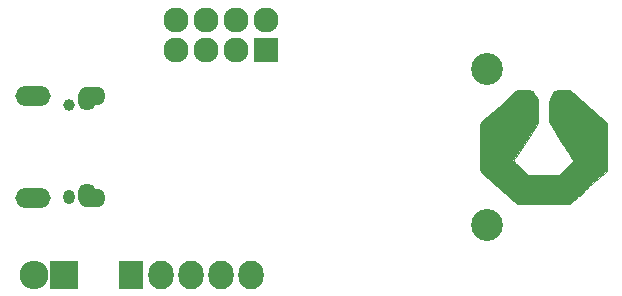
<source format=gbs>
G04 #@! TF.FileFunction,Soldermask,Bot*
%FSLAX46Y46*%
G04 Gerber Fmt 4.6, Leading zero omitted, Abs format (unit mm)*
G04 Created by KiCad (PCBNEW 4.0.1-stable) date 1/20/2016 02:09:16*
%MOMM*%
G01*
G04 APERTURE LIST*
%ADD10C,0.254000*%
%ADD11C,0.100000*%
%ADD12R,2.127200X2.127200*%
%ADD13O,2.127200X2.127200*%
%ADD14C,2.700000*%
%ADD15R,2.127200X2.432000*%
%ADD16O,2.127200X2.432000*%
%ADD17R,2.432000X2.432000*%
%ADD18O,2.432000X2.432000*%
%ADD19O,2.300000X1.600000*%
%ADD20O,3.000000X1.700000*%
%ADD21O,1.500000X1.950000*%
%ADD22O,1.000000X1.250000*%
%ADD23C,1.000000*%
G04 APERTURE END LIST*
D10*
D11*
G36*
X98133869Y-88251771D02*
X98176484Y-88347331D01*
X98219099Y-88442892D01*
X99698369Y-89784019D01*
X101177639Y-91125146D01*
X101268434Y-91160843D01*
X101359229Y-91196540D01*
X103478542Y-91196207D01*
X105597854Y-91195874D01*
X105683879Y-91162452D01*
X105712606Y-91151077D01*
X105738300Y-91140503D01*
X105759150Y-91131506D01*
X105773344Y-91124864D01*
X105778655Y-91121796D01*
X105783202Y-91117792D01*
X105795382Y-91106997D01*
X105814922Y-91089655D01*
X105841548Y-91066010D01*
X105874987Y-91036304D01*
X105914963Y-91000781D01*
X105961205Y-90959685D01*
X106013437Y-90913260D01*
X106071386Y-90861747D01*
X106134779Y-90805392D01*
X106203340Y-90744437D01*
X106276798Y-90679126D01*
X106354876Y-90609703D01*
X106437303Y-90536410D01*
X106523804Y-90459491D01*
X106614105Y-90379190D01*
X106707933Y-90295751D01*
X106805013Y-90209416D01*
X106905072Y-90120428D01*
X107007836Y-90029033D01*
X107113031Y-89935472D01*
X107220383Y-89839990D01*
X107288068Y-89779788D01*
X108788729Y-88445013D01*
X108832386Y-88348434D01*
X108876042Y-88251854D01*
X108875783Y-86349458D01*
X108875525Y-84447062D01*
X108832127Y-84351282D01*
X108788729Y-84255501D01*
X107279834Y-82923152D01*
X105770939Y-81590804D01*
X105682102Y-81557110D01*
X105593266Y-81523416D01*
X105108727Y-81523597D01*
X104624188Y-81523778D01*
X104510558Y-81588754D01*
X104396929Y-81653730D01*
X104202748Y-81978834D01*
X104008566Y-82303937D01*
X103989617Y-82371161D01*
X103970667Y-82438384D01*
X103970741Y-83328952D01*
X103970816Y-84219521D01*
X103991265Y-84288312D01*
X104011714Y-84357104D01*
X105000942Y-85928729D01*
X105075427Y-86047067D01*
X105148531Y-86163209D01*
X105220049Y-86276829D01*
X105289774Y-86387602D01*
X105357502Y-86495200D01*
X105423028Y-86599299D01*
X105486145Y-86699571D01*
X105546650Y-86795691D01*
X105604336Y-86887333D01*
X105658998Y-86974169D01*
X105710431Y-87055875D01*
X105758429Y-87132125D01*
X105802788Y-87202591D01*
X105843302Y-87266948D01*
X105879765Y-87324870D01*
X105911973Y-87376030D01*
X105939721Y-87420103D01*
X105962802Y-87456762D01*
X105981011Y-87485681D01*
X105994144Y-87506535D01*
X106001995Y-87518996D01*
X106004274Y-87522610D01*
X106018379Y-87544865D01*
X105414634Y-88116599D01*
X104810890Y-88688333D01*
X103475877Y-88688333D01*
X102140864Y-88688333D01*
X101562192Y-88140078D01*
X101495717Y-88077091D01*
X101431097Y-88015855D01*
X101368775Y-87956786D01*
X101309192Y-87900305D01*
X101252789Y-87846829D01*
X101200010Y-87796779D01*
X101151294Y-87750573D01*
X101107084Y-87708630D01*
X101067821Y-87671369D01*
X101033947Y-87639208D01*
X101005904Y-87612568D01*
X100984133Y-87591866D01*
X100969075Y-87577521D01*
X100961173Y-87569953D01*
X100960499Y-87569299D01*
X100937478Y-87546776D01*
X101967401Y-85952380D01*
X102997324Y-84357985D01*
X103018329Y-84287771D01*
X103039333Y-84217556D01*
X103039333Y-83328604D01*
X103039333Y-82439652D01*
X103016440Y-82365986D01*
X102993546Y-82292319D01*
X102777180Y-81975635D01*
X102741524Y-81923498D01*
X102707406Y-81873709D01*
X102675327Y-81826993D01*
X102645787Y-81784071D01*
X102619285Y-81745668D01*
X102596320Y-81712506D01*
X102577393Y-81685309D01*
X102563004Y-81664799D01*
X102553651Y-81651701D01*
X102550043Y-81646943D01*
X102542323Y-81641036D01*
X102526702Y-81631182D01*
X102504696Y-81618260D01*
X102477820Y-81603151D01*
X102447593Y-81586735D01*
X102433438Y-81579228D01*
X102327604Y-81523523D01*
X101843417Y-81523512D01*
X101359229Y-81523501D01*
X101268215Y-81559178D01*
X101177201Y-81594854D01*
X99699236Y-82925059D01*
X98221271Y-84255265D01*
X98177789Y-84351163D01*
X98134307Y-84447062D01*
X98134088Y-86349417D01*
X98133869Y-88251771D01*
X98133869Y-88251771D01*
X98133869Y-88251771D01*
G37*
X98133869Y-88251771D02*
X98176484Y-88347331D01*
X98219099Y-88442892D01*
X99698369Y-89784019D01*
X101177639Y-91125146D01*
X101268434Y-91160843D01*
X101359229Y-91196540D01*
X103478542Y-91196207D01*
X105597854Y-91195874D01*
X105683879Y-91162452D01*
X105712606Y-91151077D01*
X105738300Y-91140503D01*
X105759150Y-91131506D01*
X105773344Y-91124864D01*
X105778655Y-91121796D01*
X105783202Y-91117792D01*
X105795382Y-91106997D01*
X105814922Y-91089655D01*
X105841548Y-91066010D01*
X105874987Y-91036304D01*
X105914963Y-91000781D01*
X105961205Y-90959685D01*
X106013437Y-90913260D01*
X106071386Y-90861747D01*
X106134779Y-90805392D01*
X106203340Y-90744437D01*
X106276798Y-90679126D01*
X106354876Y-90609703D01*
X106437303Y-90536410D01*
X106523804Y-90459491D01*
X106614105Y-90379190D01*
X106707933Y-90295751D01*
X106805013Y-90209416D01*
X106905072Y-90120428D01*
X107007836Y-90029033D01*
X107113031Y-89935472D01*
X107220383Y-89839990D01*
X107288068Y-89779788D01*
X108788729Y-88445013D01*
X108832386Y-88348434D01*
X108876042Y-88251854D01*
X108875783Y-86349458D01*
X108875525Y-84447062D01*
X108832127Y-84351282D01*
X108788729Y-84255501D01*
X107279834Y-82923152D01*
X105770939Y-81590804D01*
X105682102Y-81557110D01*
X105593266Y-81523416D01*
X105108727Y-81523597D01*
X104624188Y-81523778D01*
X104510558Y-81588754D01*
X104396929Y-81653730D01*
X104202748Y-81978834D01*
X104008566Y-82303937D01*
X103989617Y-82371161D01*
X103970667Y-82438384D01*
X103970741Y-83328952D01*
X103970816Y-84219521D01*
X103991265Y-84288312D01*
X104011714Y-84357104D01*
X105000942Y-85928729D01*
X105075427Y-86047067D01*
X105148531Y-86163209D01*
X105220049Y-86276829D01*
X105289774Y-86387602D01*
X105357502Y-86495200D01*
X105423028Y-86599299D01*
X105486145Y-86699571D01*
X105546650Y-86795691D01*
X105604336Y-86887333D01*
X105658998Y-86974169D01*
X105710431Y-87055875D01*
X105758429Y-87132125D01*
X105802788Y-87202591D01*
X105843302Y-87266948D01*
X105879765Y-87324870D01*
X105911973Y-87376030D01*
X105939721Y-87420103D01*
X105962802Y-87456762D01*
X105981011Y-87485681D01*
X105994144Y-87506535D01*
X106001995Y-87518996D01*
X106004274Y-87522610D01*
X106018379Y-87544865D01*
X105414634Y-88116599D01*
X104810890Y-88688333D01*
X103475877Y-88688333D01*
X102140864Y-88688333D01*
X101562192Y-88140078D01*
X101495717Y-88077091D01*
X101431097Y-88015855D01*
X101368775Y-87956786D01*
X101309192Y-87900305D01*
X101252789Y-87846829D01*
X101200010Y-87796779D01*
X101151294Y-87750573D01*
X101107084Y-87708630D01*
X101067821Y-87671369D01*
X101033947Y-87639208D01*
X101005904Y-87612568D01*
X100984133Y-87591866D01*
X100969075Y-87577521D01*
X100961173Y-87569953D01*
X100960499Y-87569299D01*
X100937478Y-87546776D01*
X101967401Y-85952380D01*
X102997324Y-84357985D01*
X103018329Y-84287771D01*
X103039333Y-84217556D01*
X103039333Y-83328604D01*
X103039333Y-82439652D01*
X103016440Y-82365986D01*
X102993546Y-82292319D01*
X102777180Y-81975635D01*
X102741524Y-81923498D01*
X102707406Y-81873709D01*
X102675327Y-81826993D01*
X102645787Y-81784071D01*
X102619285Y-81745668D01*
X102596320Y-81712506D01*
X102577393Y-81685309D01*
X102563004Y-81664799D01*
X102553651Y-81651701D01*
X102550043Y-81646943D01*
X102542323Y-81641036D01*
X102526702Y-81631182D01*
X102504696Y-81618260D01*
X102477820Y-81603151D01*
X102447593Y-81586735D01*
X102433438Y-81579228D01*
X102327604Y-81523523D01*
X101843417Y-81523512D01*
X101359229Y-81523501D01*
X101268215Y-81559178D01*
X101177201Y-81594854D01*
X99699236Y-82925059D01*
X98221271Y-84255265D01*
X98177789Y-84351163D01*
X98134307Y-84447062D01*
X98134088Y-86349417D01*
X98133869Y-88251771D01*
X98133869Y-88251771D01*
D12*
X80010000Y-78105000D03*
D13*
X80010000Y-75565000D03*
X77470000Y-78105000D03*
X77470000Y-75565000D03*
X74930000Y-78105000D03*
X74930000Y-75565000D03*
X72390000Y-78105000D03*
X72390000Y-75565000D03*
D14*
X98720000Y-92930000D03*
X98720000Y-79790000D03*
D15*
X68580000Y-97155000D03*
D16*
X71120000Y-97155000D03*
X73660000Y-97155000D03*
X76200000Y-97155000D03*
X78740000Y-97155000D03*
D17*
X62865000Y-97155000D03*
D18*
X60325000Y-97155000D03*
D19*
X65270000Y-82040000D03*
D20*
X60220000Y-90680000D03*
X60220000Y-82040000D03*
D19*
X65270000Y-90680000D03*
D21*
X64870000Y-82265000D03*
X64870000Y-90455000D03*
D22*
X63270000Y-90610000D03*
D23*
X63270000Y-82760000D03*
M02*

</source>
